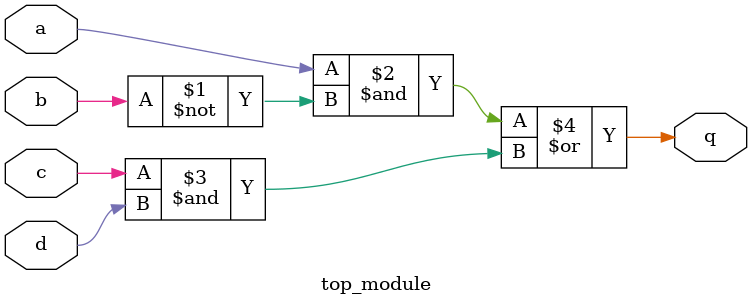
<source format=sv>
module top_module (
  input a,
  input b,
  input c,
  input d,
  output q
);
  
  assign q = a & ~b | c & d;

endmodule

</source>
